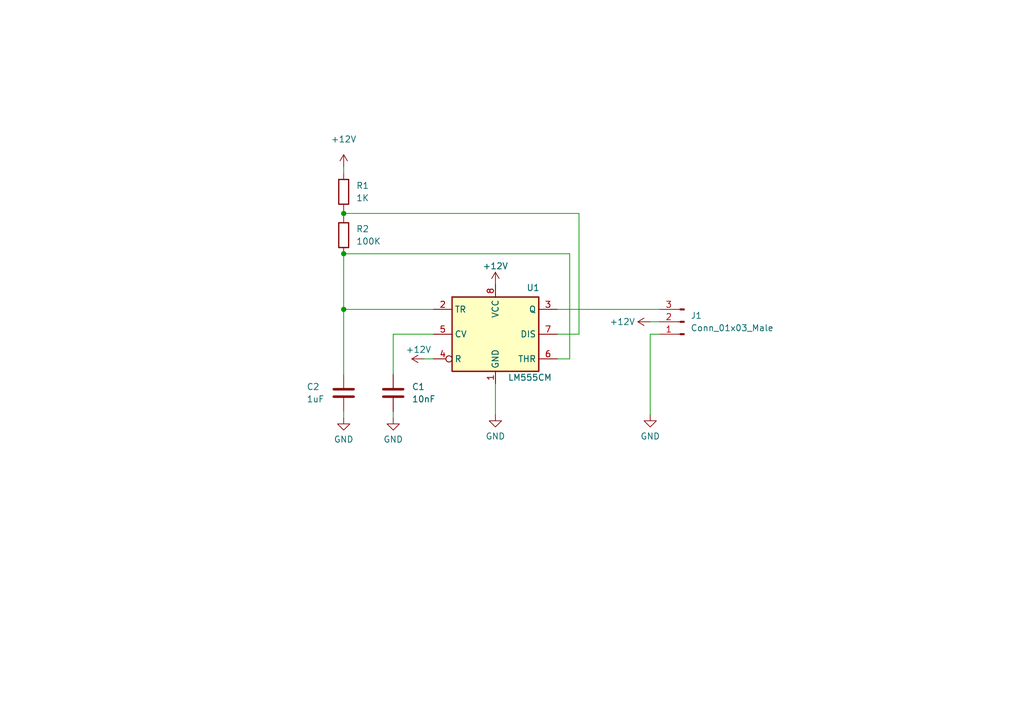
<source format=kicad_sch>
(kicad_sch (version 20211123) (generator eeschema)
  (paper "A5")
  (title_block (title "Coincell holder + 555 timer transmitter driver board") (date "2022-10-19") (rev "1"))
  (lib_symbols
    (symbol "Connector:Conn_01x03_Male" (pin_names (offset 1.016) hide)
      (property "Reference" "J" (at 0 5.08 0))
      (property "Value" "Conn_01x03_Male" (at 0 -5.08 0))
      (symbol "Conn_01x03_Male_1_1"
        (polyline (pts (xy 1.27 -2.54) (xy 0.8636 -2.54)) (stroke (width 0.1524)))
        (polyline (pts (xy 1.27 0) (xy 0.8636 0)) (stroke (width 0.1524)))
        (polyline (pts (xy 1.27 2.54) (xy 0.8636 2.54)) (stroke (width 0.1524)))
        (rectangle (start 0.8636 -2.413) (end 0 -2.667) (stroke (width 0.1524)) (fill (type outline)))
        (rectangle (start 0.8636 0.127) (end 0 -0.127) (stroke (width 0.1524)) (fill (type outline)))
        (rectangle (start 0.8636 2.667) (end 0 2.413) (stroke (width 0.1524)) (fill (type outline)))
        (pin passive line (at 5.08 2.54 180) (length 3.81) (name "Pin_1") (number "1"))
        (pin passive line (at 5.08 0 180) (length 3.81) (name "Pin_2") (number "2"))
        (pin passive line (at 5.08 -2.54 180) (length 3.81) (name "Pin_3") (number "3"))
      )
    )
    (symbol "Device:C" (pin_numbers hide) (pin_names (offset 0.254))
      (property "Reference" "C" (at 0.635 2.54 0))
      (property "Value" "C" (at 0.635 -2.54 0))
      (symbol "C_0_1"
        (polyline (pts (xy -2.032 -0.762) (xy 2.032 -0.762)) (stroke (width 0.508)))
        (polyline (pts (xy -2.032 0.762) (xy 2.032 0.762)) (stroke (width 0.508)))
      )
      (symbol "C_1_1"
        (pin passive line (at 0 3.81 270) (length 2.794) (name "~") (number "1"))
        (pin passive line (at 0 -3.81 90) (length 2.794) (name "~") (number "2"))
      )
    )
    (symbol "Device:R" (pin_numbers hide) (pin_names (offset 0))
      (property "Reference" "R" (at 2.032 0 90))
      (property "Value" "R" (at 0 0 90))
      (symbol "R_0_1"
        (rectangle (start -1.016 -2.54) (end 1.016 2.54) (stroke (width 0.254)))
      )
      (symbol "R_1_1"
        (pin passive line (at 0 3.81 270) (length 1.27) (name "~") (number "1"))
        (pin passive line (at 0 -3.81 90) (length 1.27) (name "~") (number "2"))
      )
    )
    (symbol "Timer:LM555xM"
      (property "Reference" "U" (at -10.16 8.89 0))
      (property "Value" "LM555xM" (at 2.54 8.89 0))
      (symbol "LM555xM_0_0"
        (pin power_in line (at 0 -10.16 90) (length 2.54) (name "GND") (number "1"))
        (pin power_in line (at 0 10.16 270) (length 2.54) (name "VCC") (number "8"))
      )
      (symbol "LM555xM_0_1"
        (rectangle (start -8.89 -7.62) (end 8.89 7.62) (stroke (width 0.254)) (fill (type background)))
        (rectangle (start -8.89 -7.62) (end 8.89 7.62) (stroke (width 0.254)) (fill (type background)))
      )
      (symbol "LM555xM_1_1"
        (pin input line (at -12.7 5.08 0) (length 3.81) (name "TR") (number "2"))
        (pin output line (at 12.7 5.08 180) (length 3.81) (name "Q") (number "3"))
        (pin input inverted (at -12.7 -5.08 0) (length 3.81) (name "R") (number "4"))
        (pin input line (at -12.7 0 0) (length 3.81) (name "CV") (number "5"))
        (pin input line (at 12.7 -5.08 180) (length 3.81) (name "THR") (number "6"))
        (pin input line (at 12.7 0 180) (length 3.81) (name "DIS") (number "7"))
      )
    )
    (symbol "power:+12V" (power) (pin_names (offset 0))
      (property "Value" "+12V" (at 0 3.556 0))
      (symbol "+12V_0_1"
        (polyline (pts (xy -0.762 1.27) (xy 0 2.54)))
        (polyline (pts (xy 0 0) (xy 0 2.54)))
        (polyline (pts (xy 0 2.54) (xy 0.762 1.27)))
      )
      (symbol "+12V_1_1"
        (pin power_in line (at 0 0 90) (length 0) hide (name "+12V") (number "1"))
      )
    )
    (symbol "power:GND" (power) (pin_names (offset 0))
      (property "Value" "GND" (at 0 -3.81 0))
      (symbol "GND_0_1"
        (polyline (pts (xy 0 0) (xy 0 -1.27) (xy 1.27 -1.27) (xy 0 -2.54) (xy -1.27 -1.27) (xy 0 -1.27)))
      )
      (symbol "GND_1_1"
        (pin power_in line (at 0 0 270) (length 0) hide (name "GND") (number "1"))
      )
    )
  )
  (junction (at 70.485 52.07))
  (junction (at 70.485 63.5))
  (junction (at 70.485 43.815))
  (wire (pts (xy 133.35 66.04) (xy 135.255 66.04)))
  (wire (pts (xy 86.995 73.66) (xy 88.9 73.66)))
  (wire (pts (xy 133.35 68.58) (xy 135.255 68.58)))
  (wire (pts (xy 70.485 84.455) (xy 70.485 85.725)))
  (wire (pts (xy 116.84 73.66) (xy 114.3 73.66)))
  (wire (pts (xy 70.485 43.18) (xy 70.485 43.815)))
  (wire (pts (xy 101.6 78.74) (xy 101.6 85.09)))
  (wire (pts (xy 70.485 52.07) (xy 70.485 63.5)))
  (wire (pts (xy 70.485 52.07) (xy 116.84 52.07)))
  (wire (pts (xy 70.485 63.5) (xy 88.9 63.5)))
  (wire (pts (xy 70.485 43.815) (xy 70.485 44.45)))
  (wire (pts (xy 80.645 84.455) (xy 80.645 85.725)))
  (wire (pts (xy 70.485 63.5) (xy 70.485 76.835)))
  (wire (pts (xy 118.745 43.815) (xy 118.745 68.58)))
  (wire (pts (xy 70.485 34.29) (xy 70.485 35.56)))
  (wire (pts (xy 70.485 43.815) (xy 118.745 43.815)))
  (wire (pts (xy 116.84 52.07) (xy 116.84 73.66)))
  (wire (pts (xy 80.645 68.58) (xy 88.9 68.58)))
  (wire (pts (xy 80.645 76.835) (xy 80.645 68.58)))
  (wire (pts (xy 114.3 63.5) (xy 135.255 63.5)))
  (wire (pts (xy 118.745 68.58) (xy 114.3 68.58)))
  (wire (pts (xy 133.35 68.58) (xy 133.35 85.09)))
  (symbol (lib_id "power:+12V") (at 70.485 34.29 0) (unit 1)
    (property "Reference" "#PWR0108" (effects hide))
    (property "Value" "+12V" (at 70.485 28.575 0))
  )
  (symbol (lib_id "Connector:Conn_01x03_Male") (at 140.335 66.04 180) (unit 1)
    (property "Reference" "J1" (at 141.605 64.7699 0) (effects (justify right)))
    (property "Value" "Conn_01x03_Male" (at 141.605 67.3099 0) (effects (justify right)))
    (property "Footprint" "Connector_PinHeader_2.54mm:PinHeader_1x03_P2.54mm_Vertical" (effects hide))
  )
  (symbol (lib_id "power:GND") (at 101.6 85.09 0) (unit 1)
    (property "Reference" "#PWR0102" (effects hide))
    (property "Value" "GND" (at 101.6 89.535 0))
  )
  (symbol (lib_id "power:GND") (at 80.645 85.725 0) (unit 1)
    (property "Reference" "#PWR0106" (effects hide))
    (property "Value" "GND" (at 80.645 90.17 0))
  )
  (symbol (lib_id "power:GND") (at 70.485 85.725 0) (unit 1)
    (property "Reference" "#PWR0105" (effects hide))
    (property "Value" "GND" (at 70.485 90.17 0))
  )
  (symbol (lib_id "power:+12V") (at 86.995 73.66 90) (unit 1)
    (property "Reference" "#PWR0101" (effects hide))
    (property "Value" "+12V" (at 83.185 71.755 90) (effects (justify right)))
  )
  (symbol (lib_id "power:+12V") (at 133.35 66.04 90) (unit 1)
    (property "Reference" "#PWR0104" (effects hide))
    (property "Value" "+12V" (at 127.635 66.04 90))
  )
  (symbol (lib_id "Device:C") (at 80.645 80.645 0) (unit 1)
    (property "Reference" "C1" (at 84.455 79.3749 0) (effects (justify left)))
    (property "Value" "10nF" (at 84.455 81.9149 0) (effects (justify left)))
    (property "Footprint" "Capacitor_SMD:C_0805_2012Metric_Pad1.18x1.45mm_HandSolder" (effects hide))
  )
  (symbol (lib_id "power:GND") (at 133.35 85.09 0) (unit 1)
    (property "Reference" "#PWR0103" (effects hide))
    (property "Value" "GND" (at 133.35 89.535 0))
  )
  (symbol (lib_id "Device:C") (at 70.485 80.645 0) (unit 1)
    (property "Reference" "C2" (at 62.865 79.375 0) (effects (justify left)))
    (property "Value" "1uF" (at 62.865 81.915 0) (effects (justify left)))
    (property "Footprint" "Capacitor_SMD:C_0805_2012Metric_Pad1.18x1.45mm_HandSolder" (effects hide))
  )
  (symbol (lib_id "Device:R") (at 70.485 39.37 0) (unit 1)
    (property "Reference" "R1" (at 73.025 38.0999 0) (effects (justify left)))
    (property "Value" "1K" (at 73.025 40.6399 0) (effects (justify left)))
    (property "Footprint" "Resistor_SMD:R_0402_1005Metric" (effects hide))
  )
  (symbol (lib_id "Device:R") (at 70.485 48.26 0) (unit 1)
    (property "Reference" "R2" (at 73.025 46.9899 0) (effects (justify left)))
    (property "Value" "100K" (at 73.025 49.5299 0) (effects (justify left)))
    (property "Footprint" "Resistor_SMD:R_0402_1005Metric" (effects hide))
  )
  (symbol (lib_id "power:+12V") (at 101.6 58.42 0) (unit 1)
    (property "Reference" "#PWR0107" (effects hide))
    (property "Value" "+12V" (at 101.6 54.61 0))
  )
  (symbol (lib_id "Timer:LM555xM") (at 101.6 68.58 0) (unit 1)
    (property "Reference" "U1" (at 107.95 59.055 0) (effects (justify left)))
    (property "Value" "LM555CM" (at 104.14 77.47 0) (effects (justify left)))
    (property "Footprint" "Package_SO:SOIC-8_3.9x4.9mm_P1.27mm" (effects hide))
    (property "Datasheet" "http://www.ti.com/lit/ds/symlink/lm555.pdf" (effects hide))
  )
)
</source>
